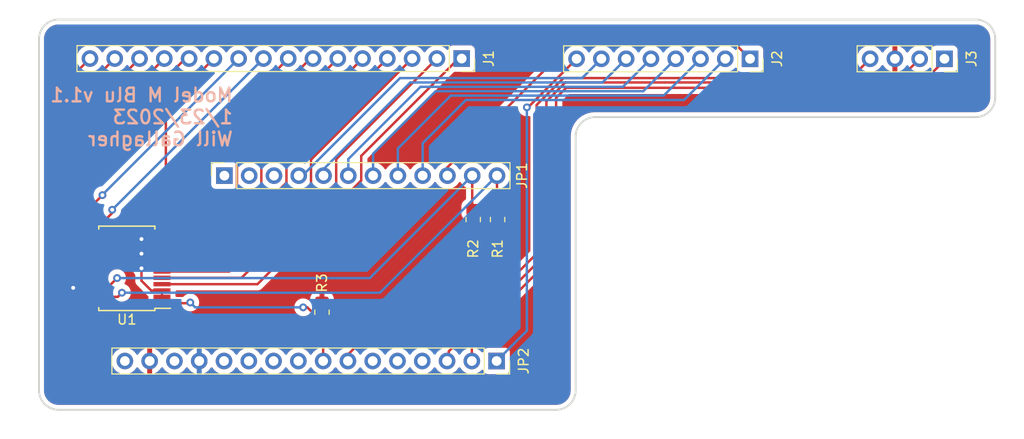
<source format=kicad_pcb>
(kicad_pcb (version 20211014) (generator pcbnew)
  (layers (0 "F.Cu" signal) (31 "B.Cu" signal) (34 "B.Paste" user) (35 "F.Paste" user) (36 "B.SilkS" user "B.Silkscreen") (37 "F.SilkS" user "F.Silkscreen") (38 "B.Mask" user) (39 "F.Mask" user) (44 "Edge.Cuts" user))
  (net 0 "")
  (net 1 "/P00")
  (net 2 "/P01")
  (net 3 "/P02")
  (net 4 "/P03")
  (net 5 "/P04")
  (net 6 "/P05")
  (net 7 "/P06")
  (net 8 "/P07")
  (net 9 "/P10")
  (net 10 "/P11")
  (net 11 "/P12")
  (net 12 "/P13")
  (net 13 "/P14")
  (net 14 "/P15")
  (net 15 "/P16")
  (net 16 "/P17")
  (net 17 "/IO14_A6")
  (net 18 "/IO32_A7")
  (net 19 "/IO15_A8")
  (net 20 "/IO33_A9")
  (net 21 "/IO27_A10")
  (net 22 "/IO12_A11")
  (net 23 "/IO13_A12")
  (net 24 "/IO21")
  (net 25 "/IO17")
  (net 26 "/IO16")
  (net 27 "/A5_IO4")
  (net 28 "VBAT")
  (net 29 "/EN")
  (net 30 "VBUS")
  (net 31 "/SCL")
  (net 32 "/SDA")
  (net 33 "/MISO")
  (net 34 "/MOSI")
  (net 35 "/SCK")
  (net 36 "/A4_IO36")
  (net 37 "/A3_I39")
  (net 38 "/A2_I34")
  (net 39 "/A1_DAC1")
  (net 40 "/A0_DAC2")
  (net 41 "GND")
  (net 43 "3.3V")
  (net 44 "/RESET")
  (footprint "Connector_PinSocket_2.54mm:PinSocket_1x08_P2.54mm_Vertical" (layer "F.Cu") (at 113.875 71.025 -90)
    (fp_text reference "J2" (at 0 -2.77 -90) (layer "F.SilkS"))
    (fp_text value "Conn_01x08" hide)
    (fp_line (start 1.33 1.27) (end 1.33 19.11) (layer "F.SilkS") (width 0.12))
    (fp_line (start 0 -1.33) (end 1.33 -1.33) (layer "F.SilkS") (width 0.12))
    (fp_line (start 1.33 -1.33) (end 1.33 0) (layer "F.SilkS") (width 0.12))
    (fp_line (start -1.33 1.27) (end 1.33 1.27) (layer "F.SilkS") (width 0.12))
    (fp_line (start -1.33 1.27) (end -1.33 19.11) (layer "F.SilkS") (width 0.12))
    (fp_line (start -1.33 19.11) (end 1.33 19.11) (layer "F.SilkS") (width 0.12))
    (pad "1" thru_hole rect (at 0 0 270) (size 1.7 1.7) (drill 1) (layers *.Cu *.Mask) (net 17 "/IO14_A6"))
    (pad "2" thru_hole oval (at 0 2.54 270) (size 1.7 1.7) (drill 1) (layers *.Cu *.Mask) (net 18 "/IO32_A7"))
    (pad "3" thru_hole oval (at 0 5.08 270) (size 1.7 1.7) (drill 1) (layers *.Cu *.Mask) (net 19 "/IO15_A8"))
    (pad "4" thru_hole oval (at 0 7.62 270) (size 1.7 1.7) (drill 1) (layers *.Cu *.Mask) (net 20 "/IO33_A9"))
    (pad "5" thru_hole oval (at 0 10.16 270) (size 1.7 1.7) (drill 1) (layers *.Cu *.Mask) (net 21 "/IO27_A10"))
    (pad "6" thru_hole oval (at 0 12.7 270) (size 1.7 1.7) (drill 1) (layers *.Cu *.Mask) (net 22 "/IO12_A11"))
    (pad "7" thru_hole oval (at 0 15.24 270) (size 1.7 1.7) (drill 1) (layers *.Cu *.Mask) (net 23 "/IO13_A12"))
    (pad "8" thru_hole oval (at 0 17.78 270) (size 1.7 1.7) (drill 1) (layers *.Cu *.Mask) (net 24 "/IO21"))
  )
  (footprint "Connector_PinSocket_2.54mm:PinSocket_1x16_P2.54mm_Vertical" (layer "F.Cu") (at 84.32 71 -90)
    (fp_text reference "J1" (at 0 -2.77 -90) (layer "F.SilkS"))
    (fp_text value "Conn_01x16" hide)
    (fp_line (start 1.33 1.27) (end 1.33 39.43) (layer "F.SilkS") (width 0.12))
    (fp_line (start 1.33 -1.33) (end 1.33 0) (layer "F.SilkS") (width 0.12))
    (fp_line (start -1.33 39.43) (end 1.33 39.43) (layer "F.SilkS") (width 0.12))
    (fp_line (start 0 -1.33) (end 1.33 -1.33) (layer "F.SilkS") (width 0.12))
    (fp_line (start -1.33 1.27) (end -1.33 39.43) (layer "F.SilkS") (width 0.12))
    (fp_line (start -1.33 1.27) (end 1.33 1.27) (layer "F.SilkS") (width 0.12))
    (pad "1" thru_hole rect (at 0 0 270) (size 1.7 1.7) (drill 1) (layers *.Cu *.Mask) (net 1 "/P00"))
    (pad "2" thru_hole oval (at 0 2.54 270) (size 1.7 1.7) (drill 1) (layers *.Cu *.Mask) (net 2 "/P01"))
    (pad "3" thru_hole oval (at 0 5.08 270) (size 1.7 1.7) (drill 1) (layers *.Cu *.Mask) (net 3 "/P02"))
    (pad "4" thru_hole oval (at 0 7.62 270) (size 1.7 1.7) (drill 1) (layers *.Cu *.Mask) (net 4 "/P03"))
    (pad "5" thru_hole oval (at 0 10.16 270) (size 1.7 1.7) (drill 1) (layers *.Cu *.Mask) (net 5 "/P04"))
    (pad "6" thru_hole oval (at 0 12.7 270) (size 1.7 1.7) (drill 1) (layers *.Cu *.Mask) (net 6 "/P05"))
    (pad "7" thru_hole oval (at 0 15.24 270) (size 1.7 1.7) (drill 1) (layers *.Cu *.Mask) (net 7 "/P06"))
    (pad "8" thru_hole oval (at 0 17.78 270) (size 1.7 1.7) (drill 1) (layers *.Cu *.Mask) (net 8 "/P07"))
    (pad "9" thru_hole oval (at 0 20.32 270) (size 1.7 1.7) (drill 1) (layers *.Cu *.Mask) (net 9 "/P10"))
    (pad "10" thru_hole oval (at 0 22.86 270) (size 1.7 1.7) (drill 1) (layers *.Cu *.Mask) (net 10 "/P11"))
    (pad "11" thru_hole oval (at 0 25.4 270) (size 1.7 1.7) (drill 1) (layers *.Cu *.Mask) (net 11 "/P12"))
    (pad "12" thru_hole oval (at 0 27.94 270) (size 1.7 1.7) (drill 1) (layers *.Cu *.Mask) (net 12 "/P13"))
    (pad "13" thru_hole oval (at 0 30.48 270) (size 1.7 1.7) (drill 1) (layers *.Cu *.Mask) (net 13 "/P14"))
    (pad "14" thru_hole oval (at 0 33.02 270) (size 1.7 1.7) (drill 1) (layers *.Cu *.Mask) (net 14 "/P15"))
    (pad "15" thru_hole oval (at 0 35.56 270) (size 1.7 1.7) (drill 1) (layers *.Cu *.Mask) (net 15 "/P16"))
    (pad "16" thru_hole oval (at 0 38.1 270) (size 1.7 1.7) (drill 1) (layers *.Cu *.Mask) (net 16 "/P17"))
  )
  (footprint "Resistor_SMD:R_0805_2012Metric_Pad1.20x1.40mm_HandSolder" (layer "F.Cu") (at 70 97 -90)
    (fp_text reference "R3" (at -3 0 90) (layer "F.SilkS"))
    (fp_text value "1k")
    (fp_line (start -0.227064 0.735) (end 0.227064 0.735) (layer "F.SilkS") (width 0.12))
    (fp_line (start -0.227064 -0.735) (end 0.227064 -0.735) (layer "F.SilkS") (width 0.12))
    (pad "1" smd roundrect (at -1 0 270) (size 1.2 1.4) (layers "F.Cu" "F.Paste" "F.Mask") (roundrect_rratio 0.2083333333) (net 43 "3.3V"))
    (pad "2" smd roundrect (at 1 0 270) (size 1.2 1.4) (layers "F.Cu" "F.Paste" "F.Mask") (roundrect_rratio 0.2083333333) (net 36 "/A4_IO36"))
  )
  (footprint "Connector_PinSocket_2.54mm:PinSocket_1x16_P2.54mm_Vertical" (layer "F.Cu") (at 87.9 102 -90)
    (fp_text reference "JP2" (at 0 -2.77 -90) (layer "F.SilkS"))
    (fp_text value "HEADER-1X16_MIN" hide)
    (fp_line (start -1.33 1.27) (end -1.33 39.43) (layer "F.SilkS") (width 0.12))
    (fp_line (start -1.33 1.27) (end 1.33 1.27) (layer "F.SilkS") (width 0.12))
    (fp_line (start 0 -1.33) (end 1.33 -1.33) (layer "F.SilkS") (width 0.12))
    (fp_line (start 1.33 -1.33) (end 1.33 0) (layer "F.SilkS") (width 0.12))
    (fp_line (start 1.33 1.27) (end 1.33 39.43) (layer "F.SilkS") (width 0.12))
    (fp_line (start -1.33 39.43) (end 1.33 39.43) (layer "F.SilkS") (width 0.12))
    (pad "1" thru_hole rect (at 0 0 270) (size 1.7 1.7) (drill 1) (layers *.Cu *.Mask) (net 24 "/IO21"))
    (pad "2" thru_hole oval (at 0 2.54 270) (size 1.7 1.7) (drill 1) (layers *.Cu *.Mask) (net 25 "/IO17"))
    (pad "3" thru_hole oval (at 0 5.08 270) (size 1.7 1.7) (drill 1) (layers *.Cu *.Mask) (net 26 "/IO16"))
    (pad "4" thru_hole oval (at 0 7.62 270) (size 1.7 1.7) (drill 1) (layers *.Cu *.Mask) (net 33 "/MISO"))
    (pad "5" thru_hole oval (at 0 10.16 270) (size 1.7 1.7) (drill 1) (layers *.Cu *.Mask) (net 34 "/MOSI"))
    (pad "6" thru_hole oval (at 0 12.7 270) (size 1.7 1.7) (drill 1) (layers *.Cu *.Mask) (net 35 "/SCK"))
    (pad "7" thru_hole oval (at 0 15.24 270) (size 1.7 1.7) (drill 1) (layers *.Cu *.Mask) (net 27 "/A5_IO4"))
    (pad "8" thru_hole oval (at 0 17.78 270) (size 1.7 1.7) (drill 1) (layers *.Cu *.Mask) (net 36 "/A4_IO36"))
    (pad "9" thru_hole oval (at 0 20.32 270) (size 1.7 1.7) (drill 1) (layers *.Cu *.Mask) (net 37 "/A3_I39"))
    (pad "10" thru_hole oval (at 0 22.86 270) (size 1.7 1.7) (drill 1) (layers *.Cu *.Mask) (net 38 "/A2_I34"))
    (pad "11" thru_hole oval (at 0 25.4 270) (size 1.7 1.7) (drill 1) (layers *.Cu *.Mask) (net 39 "/A1_DAC1"))
    (pad "12" thru_hole oval (at 0 27.94 270) (size 1.7 1.7) (drill 1) (layers *.Cu *.Mask) (net 40 "/A0_DAC2"))
    (pad "13" thru_hole oval (at 0 30.48 270) (size 1.7 1.7) (drill 1) (layers *.Cu *.Mask) (net 41 "GND"))
    (pad "14" thru_hole oval (at 0 33.02 270) (size 1.7 1.7) (drill 1) (layers *.Cu *.Mask))
    (pad "15" thru_hole oval (at 0 35.56 270) (size 1.7 1.7) (drill 1) (layers *.Cu *.Mask) (net 43 "3.3V"))
    (pad "16" thru_hole oval (at 0 38.1 270) (size 1.7 1.7) (drill 1) (layers *.Cu *.Mask) (net 44 "/RESET"))
  )
  (footprint "Resistor_SMD:R_0805_2012Metric_Pad1.20x1.40mm_HandSolder" (layer "F.Cu") (at 88 87.5 90)
    (fp_text reference "R1" (at -3 0 90) (layer "F.SilkS"))
    (fp_text value "4.7k")
    (fp_line (start -0.227064 -0.735) (end 0.227064 -0.735) (layer "F.SilkS") (width 0.12))
    (fp_line (start -0.227064 0.735) (end 0.227064 0.735) (layer "F.SilkS") (width 0.12))
    (pad "1" smd roundrect (at -1 0 90) (size 1.2 1.4) (layers "F.Cu" "F.Paste" "F.Mask") (roundrect_rratio 0.2083333333) (net 43 "3.3V"))
    (pad "2" smd roundrect (at 1 0 90) (size 1.2 1.4) (layers "F.Cu" "F.Paste" "F.Mask") (roundrect_rratio 0.2083333333) (net 31 "/SCL"))
  )
  (footprint "Connector_PinSocket_2.54mm:PinSocket_1x04_P2.54mm_Vertical" (layer "F.Cu") (at 133.8 71.025 -90)
    (fp_text reference "J3" (at 0 -2.77 -90) (layer "F.SilkS"))
    (fp_text value "Conn_01x04" hide)
    (fp_line (start 1.33 1.27) (end 1.33 8.95) (layer "F.SilkS") (width 0.12))
    (fp_line (start -1.33 8.95) (end 1.33 8.95) (layer "F.SilkS") (width 0.12))
    (fp_line (start -1.33 1.27) (end -1.33 8.95) (layer "F.SilkS") (width 0.12))
    (fp_line (start 0 -1.33) (end 1.33 -1.33) (layer "F.SilkS") (width 0.12))
    (fp_line (start 1.33 -1.33) (end 1.33 0) (layer "F.SilkS") (width 0.12))
    (fp_line (start -1.33 1.27) (end 1.33 1.27) (layer "F.SilkS") (width 0.12))
    (pad "1" thru_hole rect (at 0 0 270) (size 1.7 1.7) (drill 1) (layers *.Cu *.Mask) (net 25 "/IO17"))
    (pad "2" thru_hole oval (at 0 2.54 270) (size 1.7 1.7) (drill 1) (layers *.Cu *.Mask) (net 26 "/IO16"))
    (pad "3" thru_hole oval (at 0 5.08 270) (size 1.7 1.7) (drill 1) (layers *.Cu *.Mask) (net 43 "3.3V"))
    (pad "4" thru_hole oval (at 0 7.62 270) (size 1.7 1.7) (drill 1) (layers *.Cu *.Mask) (net 27 "/A5_IO4"))
  )
  (footprint "Package_SO:SSOP-24_5.3x8.2mm_P0.65mm" (layer "F.Cu") (at 50 92.5 180)
    (fp_text reference "U1" (at 0 -5.25) (layer "F.SilkS"))
    (fp_text value "PCF8575DBR")
    (fp_line (start -2.875 -4.325) (end -2.875 -4.1) (layer "F.SilkS") (width 0.15))
    (fp_line (start 2.875 4.325) (end 2.875 4.025) (layer "F.SilkS") (width 0.15))
    (fp_line (start -2.875 -4.325) (end 2.875 -4.325) (layer "F.SilkS") (width 0.15))
    (fp_line (start -2.875 4.325) (end 2.875 4.325) (layer "F.SilkS") (width 0.15))
    (fp_line (start -2.875 -4.1) (end -4.475 -4.1) (layer "F.SilkS") (width 0.15))
    (fp_line (start 2.875 -4.325) (end 2.875 -4.025) (layer "F.SilkS") (width 0.15))
    (fp_line (start -2.875 4.325) (end -2.875 4.025) (layer "F.SilkS") (width 0.15))
    (pad "1" smd rect (at -3.6 -3.575 180) (size 1.75 0.45) (layers "F.Cu" "F.Paste" "F.Mask") (net 36 "/A4_IO36"))
    (pad "2" smd rect (at -3.6 -2.925 180) (size 1.75 0.45) (layers "F.Cu" "F.Paste" "F.Mask") (net 41 "GND"))
    (pad "3" smd rect (at -3.6 -2.275 180) (size 1.75 0.45) (layers "F.Cu" "F.Paste" "F.Mask") (net 41 "GND"))
    (pad "4" smd rect (at -3.6 -1.625 180) (size 1.75 0.45) (layers "F.Cu" "F.Paste" "F.Mask") (net 1 "/P00"))
    (pad "5" smd rect (at -3.6 -0.975 180) (size 1.75 0.45) (layers "F.Cu" "F.Paste" "F.Mask") (net 2 "/P01"))
    (pad "6" smd rect (at -3.6 -0.325 180) (size 1.75 0.45) (layers "F.Cu" "F.Paste" "F.Mask") (net 3 "/P02"))
    (pad "7" smd rect (at -3.6 0.325 180) (size 1.75 0.45) (layers "F.Cu" "F.Paste" "F.Mask") (net 4 "/P03"))
    (pad "8" smd rect (at -3.6 0.975 180) (size 1.75 0.45) (layers "F.Cu" "F.Paste" "F.Mask") (net 5 "/P04"))
    (pad "9" smd rect (at -3.6 1.625 180) (size 1.75 0.45) (layers "F.Cu" "F.Paste" "F.Mask") (net 6 "/P05"))
    (pad "10" smd rect (at -3.6 2.275 180) (size 1.75 0.45) (layers "F.Cu" "F.Paste" "F.Mask") (net 7 "/P06"))
    (pad "11" smd rect (at -3.6 2.925 180) (size 1.75 0.45) (layers "F.Cu" "F.Paste" "F.Mask") (net 8 "/P07"))
    (pad "12" smd rect (at -3.6 3.575 180) (size 1.75 0.45) (layers "F.Cu" "F.Paste" "F.Mask") (net 41 "GND"))
    (pad "13" smd rect (at 3.6 3.575 180) (size 1.75 0.45) (layers "F.Cu" "F.Paste" "F.Mask") (net 9 "/P10"))
    (pad "14" smd rect (at 3.6 2.925 180) (size 1.75 0.45) (layers "F.Cu" "F.Paste" "F.Mask") (net 10 "/P11"))
    (pad "15" smd rect (at 3.6 2.275 180) (size 1.75 0.45) (layers "F.Cu" "F.Paste" "F.Mask") (net 11 "/P12"))
    (pad "16" smd rect (at 3.6 1.625 180) (size 1.75 0.45) (layers "F.Cu" "F.Paste" "F.Mask") (net 12 "/P13"))
    (pad "17" smd rect (at 3.6 0.975 180) (size 1.75 0.45) (layers "F.Cu" "F.Paste" "F.Mask") (net 13 "/P14"))
    (pad "18" smd rect (at 3.6 0.325 180) (size 1.75 0.45) (layers "F.Cu" "F.Paste" "F.Mask") (net 14 "/P15"))
    (pad "19" smd rect (at 3.6 -0.325 180) (size 1.75 0.45) (layers "F.Cu" "F.Paste" "F.Mask") (net 15 "/P16"))
    (pad "20" smd rect (at 3.6 -0.975 180) (size 1.75 0.45) (layers "F.Cu" "F.Paste" "F.Mask") (net 16 "/P17"))
    (pad "21" smd rect (at 3.6 -1.625 180) (size 1.75 0.45) (layers "F.Cu" "F.Paste" "F.Mask") (net 41 "GND"))
    (pad "22" smd rect (at 3.6 -2.275 180) (size 1.75 0.45) (layers "F.Cu" "F.Paste" "F.Mask") (net 32 "/SDA"))
    (pad "23" smd rect (at 3.6 -2.925 180) (size 1.75 0.45) (layers "F.Cu" "F.Paste" "F.Mask") (net 31 "/SCL"))
    (pad "24" smd rect (at 3.6 -3.575 180) (size 1.75 0.45) (layers "F.Cu" "F.Paste" "F.Mask") (net 43 "3.3V"))
  )
  (footprint "Resistor_SMD:R_0805_2012Metric_Pad1.20x1.40mm_HandSolder" (layer "F.Cu") (at 85.5 87.5 -90)
    (fp_text reference "R2" (at 3 0 90) (layer "F.SilkS"))
    (fp_text value "4.7k")
    (fp_line (start -0.227064 -0.735) (end 0.227064 -0.735) (layer "F.SilkS") (width 0.12))
    (fp_line (start -0.227064 0.735) (end 0.227064 0.735) (layer "F.SilkS") (width 0.12))
    (pad "1" smd roundrect (at -1 0 270) (size 1.2 1.4) (layers "F.Cu" "F.Paste" "F.Mask") (roundrect_rratio 0.2083333333) (net 32 "/SDA"))
    (pad "2" smd roundrect (at 1 0 270) (size 1.2 1.4) (layers "F.Cu" "F.Paste" "F.Mask") (roundrect_rratio 0.2083333333) (net 43 "3.3V"))
  )
  (footprint "Connector_PinSocket_2.54mm:PinSocket_1x12_P2.54mm_Vertical" (layer "F.Cu") (at 60 83 90)
    (fp_text reference "JP1" (at 0 30.5 90) (layer "F.SilkS"))
    (fp_text value "HEADER-1X12_MIN" hide)
    (fp_line (start -1.33 1.27) (end -1.33 29.27) (layer "F.SilkS") (width 0.12))
    (fp_line (start 1.33 1.27) (end 1.33 29.27) (layer "F.SilkS") (width 0.12))
    (fp_line (start -1.33 29.27) (end 1.33 29.27) (layer "F.SilkS") (width 0.12))
    (fp_line (start -1.33 1.27) (end 1.33 1.27) (layer "F.SilkS") (width 0.12))
    (fp_line (start 1.33 -1.33) (end 1.33 0) (layer "F.SilkS") (width 0.12))
    (fp_line (start 0 -1.33) (end 1.33 -1.33) (layer "F.SilkS") (width 0.12))
    (pad "1" thru_hole rect (at 0 0 90) (size 1.7 1.7) (drill 1) (layers *.Cu *.Mask) (net 28 "VBAT"))
    (pad "2" thru_hole oval (at 0 2.54 90) (size 1.7 1.7) (drill 1) (layers *.Cu *.Mask) (net 29 "/EN"))
    (pad "3" thru_hole oval (at 0 5.08 90) (size 1.7 1.7) (drill 1) (layers *.Cu *.Mask) (net 30 "VBUS"))
    (pad "4" thru_hole oval (at 0 7.62 90) (size 1.7 1.7) (drill 1) (layers *.Cu *.Mask) (net 23 "/IO13_A12"))
    (pad "5" thru_hole oval (at 0 10.16 90) (size 1.7 1.7) (drill 1) (layers *.Cu *.Mask) (net 22 "/IO12_A11"))
    (pad "6" thru_hole oval (at 0 12.7 90) (size 1.7 1.7) (drill 1) (layers *.Cu *.Mask) (net 21 "/IO27_A10"))
    (pad "7" thru_hole oval (at 0 15.24 90) (size 1.7 1.7) (drill 1) (layers *.Cu *.Mask) (net 20 "/IO33_A9"))
    (pad "8" thru_hole oval (at 0 17.78 90) (size 1.7 1.7) (drill 1) (layers *.Cu *.Mask) (net 19 "/IO15_A8"))
    (pad "9" thru_hole oval (at 0 20.32 90) (size 1.7 1.7) (drill 1) (layers *.Cu *.Mask) (net 18 "/IO32_A7"))
    (pad "10" thru_hole oval (at 0 22.86 90) (size 1.7 1.7) (drill 1) (layers *.Cu *.Mask) (net 17 "/IO14_A6"))
    (pad "11" thru_hole oval (at 0 25.4 90) (size 1.7 1.7) (drill 1) (layers *.Cu *.Mask) (net 32 "/SDA"))
    (pad "12" thru_hole oval (at 0 27.94 90) (size 1.7 1.7) (drill 1) (layers *.Cu *.Mask) (net 31 "/SCL"))
  )
  (gr_line (start 96 79) (end 96 105) (layer "Edge.Cuts") (width 0.2))
  (gr_line (start 137 67) (end 43 67) (layer "Edge.Cuts") (width 0.2))
  (gr_line (start 139 75) (end 139 69) (layer "Edge.Cuts") (width 0.2))
  (gr_arc (start 41 69) (mid 41.585786 67.585786) (end 43 67) (layer "Edge.Cuts") (width 0.2))
  (gr_arc (start 137 67) (mid 138.414214 67.585786) (end 139 69) (layer "Edge.Cuts") (width 0.2))
  (gr_line (start 43 107) (end 94 107) (layer "Edge.Cuts") (width 0.2))
  (gr_arc (start 43 107) (mid 41.585786 106.414214) (end 41 105) (layer "Edge.Cuts") (width 0.2))
  (gr_arc (start 139 75) (mid 138.414214 76.414214) (end 137 77) (layer "Edge.Cuts") (width 0.2))
  (gr_line (start 137 77) (end 98 77) (layer "Edge.Cuts") (width 0.2))
  (gr_line (start 41 69) (end 41 105) (layer "Edge.Cuts") (width 0.2))
  (gr_arc (start 96 79) (mid 96.585786 77.585786) (end 98 77) (layer "Edge.Cuts") (width 0.2))
  (gr_arc (start 96 105) (mid 95.414214 106.414214) (end 94 107) (layer "Edge.Cuts") (width 0.2))
  (gr_text "Model M Blu v1.1\n1/23/2023\nWill Gallagher" (at 61 77) (layer "B.SilkS") (effects (font (size 1.4 1.4) (thickness 0.25)) (justify left mirror)))
  (segment (start 68.894389 88.625) (end 74.022864 83.496525) (width 0.25) (layer "F.Cu") (net 1))
  (segment (start 84 71) (end 84.32 71) (width 0.25) (layer "F.Cu") (net 1))
  (segment (start 53.6 94.125) (end 63.390914 94.125) (width 0.25) (layer "F.Cu") (net 1))
  (segment (start 63.390914 94.125) (end 68.944406 88.571508) (width 0.25) (layer "F.Cu") (net 1))
  (segment (start 74.022864 80.977136) (end 84 71) (width 0.25) (layer "F.Cu") (net 1))
  (segment (start 74.022864 83.496525) (end 74.022864 80.977136) (width 0.25) (layer "F.Cu") (net 1))
  (segment (start 67.243821 87.975) (end 71.457482 83.761339) (width 0.25) (layer "F.Cu") (net 2))
  (segment (start 61.756897 93.475) (end 67.355525 87.876372) (width 0.25) (layer "F.Cu") (net 2))
  (segment (start 53.6 93.475) (end 61.756897 93.475) (width 0.25) (layer "F.Cu") (net 2))
  (segment (start 71.457482 83.761339) (end 71.457482 81.322518) (width 0.25) (layer "F.Cu") (net 2))
  (segment (start 71.457482 81.322518) (end 81.78 71) (width 0.25) (layer "F.Cu") (net 2))
  (segment (start 79.24 71) (end 68.87555 81.36445) (width 0.25) (layer "F.Cu") (net 3))
  (segment (start 68.87555 84.488732) (end 66.039282 87.325) (width 0.25) (layer "F.Cu") (net 3))
  (segment (start 68.87555 81.36445) (end 68.87555 84.488732) (width 0.25) (layer "F.Cu") (net 3))
  (segment (start 66.089385 87.230889) (end 60.495274 92.825) (width 0.25) (layer "F.Cu") (net 3))
  (segment (start 60.495274 92.825) (end 53.6 92.825) (width 0.25) (layer "F.Cu") (net 3))
  (segment (start 63.403456 86.675) (end 66.359821 83.718635) (width 0.25) (layer "F.Cu") (net 4))
  (segment (start 66.359821 81.340179) (end 76.7 71) (width 0.25) (layer "F.Cu") (net 4))
  (segment (start 57.825 92.175) (end 63.5 86.5) (width 0.25) (layer "F.Cu") (net 4))
  (segment (start 53.6 92.175) (end 57.825 92.175) (width 0.25) (layer "F.Cu") (net 4))
  (segment (start 66.359821 83.718635) (end 66.359821 81.340179) (width 0.25) (layer "F.Cu") (net 4))
  (segment (start 74.16 71) (end 63.784838 81.375162) (width 0.25) (layer "F.Cu") (net 5))
  (segment (start 62 86) (end 56.475 91.525) (width 0.25) (layer "F.Cu") (net 5))
  (segment (start 63.784838 81.375162) (end 63.784838 84.215162) (width 0.25) (layer "F.Cu") (net 5))
  (segment (start 56.475 91.525) (end 53.6 91.525) (width 0.25) (layer "F.Cu") (net 5))
  (segment (start 63.784838 84.215162) (end 61.975 86.025) (width 0.25) (layer "F.Cu") (net 5))
  (segment (start 55.240227 90.975489) (end 54 90.975489) (width 0.25) (layer "F.Cu") (net 6))
  (segment (start 71.62 71) (end 61.284511 81.335489) (width 0.25) (layer "F.Cu") (net 6))
  (segment (start 61.284511 81.335489) (end 61.284511 85) (width 0.25) (layer "F.Cu") (net 6))
  (segment (start 61.265635 84.950081) (end 55.240227 90.975489) (width 0.25) (layer "F.Cu") (net 6))
  (segment (start 56.027292 89.252029) (end 56.027292 83.785025) (width 0.25) (layer "F.Cu") (net 7))
  (segment (start 68.812317 71) (end 69.08 71) (width 0.25) (layer "F.Cu") (net 7))
  (segment (start 53.6 90.225) (end 55.054321 90.225) (width 0.25) (layer "F.Cu") (net 7))
  (segment (start 56.027292 83.785025) (end 68.812317 71) (width 0.25) (layer "F.Cu") (net 7))
  (segment (start 55.054321 90.225) (end 56.027292 89.252029) (width 0.25) (layer "F.Cu") (net 7))
  (segment (start 55.183199 89.116801) (end 54.725 89.575) (width 0.25) (layer "F.Cu") (net 8))
  (segment (start 55.183199 82.356801) (end 55.183199 89.116801) (width 0.25) (layer "F.Cu") (net 8))
  (segment (start 66.54 71) (end 55.183199 82.356801) (width 0.25) (layer "F.Cu") (net 8))
  (segment (start 54.725 89.575) (end 53.6 89.575) (width 0.25) (layer "F.Cu") (net 8))
  (segment (start 48.5 86.825) (end 46.4 88.925) (width 0.25) (layer "F.Cu") (net 9))
  (segment (start 48.5 86.5) (end 48.5 86.825) (width 0.25) (layer "F.Cu") (net 9))
  (via (at 48.5 86.5) (size 0.8) (drill 0.4) (layers "F.Cu" "B.Cu") (net 9))
  (segment (start 48.5 86.5) (end 64 71) (width 0.25) (layer "B.Cu") (net 9))
  (segment (start 45.300978 89.575) (end 46.4 89.575) (width 0.25) (layer "F.Cu") (net 10))
  (segment (start 45 87.5) (end 45 89.274022) (width 0.25) (layer "F.Cu") (net 10))
  (segment (start 45 89.274022) (end 45.300978 89.575) (width 0.25) (layer "F.Cu") (net 10))
  (segment (start 47.5 85) (end 45 87.5) (width 0.25) (layer "F.Cu") (net 10))
  (via (at 47.5 85) (size 0.8) (drill 0.4) (layers "F.Cu" "B.Cu") (net 10))
  (segment (start 47.5 85) (end 47.5 84.96) (width 0.25) (layer "B.Cu") (net 10))
  (segment (start 47.5 84.96) (end 61.46 71) (width 0.25) (layer "B.Cu") (net 10))
  (segment (start 54 75.92) (end 54 79) (width 0.25) (layer "F.Cu") (net 11))
  (segment (start 54 84.5) (end 48.275 90.225) (width 0.25) (layer "F.Cu") (net 11))
  (segment (start 58.92 71) (end 54 75.92) (width 0.25) (layer "F.Cu") (net 11))
  (segment (start 48.275 90.225) (end 46.4 90.225) (width 0.25) (layer "F.Cu") (net 11))
  (segment (start 54 79) (end 54 84.5) (width 0.25) (layer "F.Cu") (net 11))
  (segment (start 45.300978 90.875) (end 46.4 90.875) (width 0.25) (layer "F.Cu") (net 12))
  (segment (start 44.479991 88.020009) (end 44.479991 82.520009) (width 0.25) (layer "F.Cu") (net 12))
  (segment (start 44.479991 90.054013) (end 45.300978 90.875) (width 0.25) (layer "F.Cu") (net 12))
  (segment (start 44.479991 82.520009) (end 56 71) (width 0.25) (layer "F.Cu") (net 12))
  (segment (start 56 71) (end 56.38 71) (width 0.25) (layer "F.Cu") (net 12))
  (segment (start 44.479991 88.020009) (end 44.479991 90.054013) (width 0.25) (layer "F.Cu") (net 12))
  (segment (start 45.275 91.525) (end 46.4 91.525) (width 0.25) (layer "F.Cu") (net 13))
  (segment (start 53.84 71) (end 44 80.84) (width 0.25) (layer "F.Cu") (net 13))
  (segment (start 44 80.84) (end 44 90.25) (width 0.25) (layer "F.Cu") (net 13))
  (segment (start 44 90.25) (end 45.275 91.525) (width 0.25) (layer "F.Cu") (net 13))
  (segment (start 51.3 71) (end 43.55048 78.74952) (width 0.25) (layer "F.Cu") (net 14))
  (segment (start 43.55048 78.74952) (end 43.55048 90.45048) (width 0.25) (layer "F.Cu") (net 14))
  (segment (start 45.275 92.175) (end 46.4 92.175) (width 0.25) (layer "F.Cu") (net 14))
  (segment (start 43.55048 90.45048) (end 45.275 92.175) (width 0.25) (layer "F.Cu") (net 14))
  (segment (start 43.10096 76.65904) (end 43.10096 90.65096) (width 0.25) (layer "F.Cu") (net 15))
  (segment (start 45.275 92.825) (end 46.4 92.825) (width 0.25) (layer "F.Cu") (net 15))
  (segment (start 43.10096 90.65096) (end 45.275 92.825) (width 0.25) (layer "F.Cu") (net 15))
  (segment (start 48.76 71) (end 43.10096 76.65904) (width 0.25) (layer "F.Cu") (net 15))
  (segment (start 45.275 93.475) (end 46.4 93.475) (width 0.25) (layer "F.Cu") (net 16))
  (segment (start 42.65144 74.56856) (end 42.65144 90.85144) (width 0.25) (layer "F.Cu") (net 16))
  (segment (start 42.65144 90.85144) (end 45.275 93.475) (width 0.25) (layer "F.Cu") (net 16))
  (segment (start 46.22 71) (end 42.65144 74.56856) (width 0.25) (layer "F.Cu") (net 16))
  (segment (start 96.055649 68.944351) (end 82.86 82.14) (width 0.25) (layer "F.Cu") (net 17))
  (segment (start 113.875 71.025) (end 111.794351 68.944351) (width 0.25) (layer "F.Cu") (net 17))
  (segment (start 82.86 82.14) (end 82.86 83) (width 0.25) (layer "F.Cu") (net 17))
  (segment (start 111.794351 68.944351) (end 96.055649 68.944351) (width 0.25) (layer "F.Cu") (net 17))
  (segment (start 80.32 79.68) (end 84.7524 75.2476) (width 0.25) (layer "B.Cu") (net 18))
  (segment (start 107.1124 75.2476) (end 111.335 71.025) (width 0.25) (layer "B.Cu") (net 18))
  (segment (start 84.7524 75.2476) (end 88 75.2476) (width 0.25) (layer "B.Cu") (net 18))
  (segment (start 87.1824 75.2476) (end 107.1124 75.2476) (width 0.25) (layer "B.Cu") (net 18))
  (segment (start 80.32 83) (end 80.32 79.68) (width 0.25) (layer "B.Cu") (net 18))
  (segment (start 105.02192 74.79808) (end 108.795 71.025) (width 0.25) (layer "B.Cu") (net 19))
  (segment (start 77.78 83) (end 77.78 80.22) (width 0.25) (layer "B.Cu") (net 19))
  (segment (start 77.78 80.22) (end 83.20192 74.79808) (width 0.25) (layer "B.Cu") (net 19))
  (segment (start 83.20192 74.79808) (end 105.02192 74.79808) (width 0.25) (layer "B.Cu") (net 19))
  (segment (start 102.93144 74.34856) (end 106.255 71.025) (width 0.25) (layer "B.Cu") (net 20))
  (segment (start 75.24 83) (end 75.24 80.76) (width 0.25) (layer "B.Cu") (net 20))
  (segment (start 75.24 80.76) (end 81.65144 74.34856) (width 0.25) (layer "B.Cu") (net 20))
  (segment (start 81.65144 74.34856) (end 102.93144 74.34856) (width 0.25) (layer "B.Cu") (net 20))
  (segment (start 80.10096 73.89904) (end 100.84096 73.89904) (width 0.25) (layer "B.Cu") (net 21))
  (segment (start 72.7 81.3) (end 80.10096 73.89904) (width 0.25) (layer "B.Cu") (net 21))
  (segment (start 100.84096 73.89904) (end 103.715 71.025) (width 0.25) (layer "B.Cu") (net 21))
  (segment (start 72.7 83) (end 72.7 81.3) (width 0.25) (layer "B.Cu") (net 21))
  (segment (start 70.16 82.34) (end 79.05048 73.44952) (width 0.25) (layer "B.Cu") (net 22))
  (segment (start 98.75048 73.44952) (end 101.175 71.025) (width 0.25) (layer "B.Cu") (net 22))
  (segment (start 79.05048 73.44952) (end 98.75048 73.44952) (width 0.25) (layer "B.Cu") (net 22))
  (segment (start 70.16 83) (end 70.16 82.34) (width 0.25) (layer "B.Cu") (net 22))
  (segment (start 68 83) (end 78 73) (width 0.25) (layer "B.Cu") (net 23))
  (segment (start 67.62 83) (end 68 83) (width 0.25) (layer "B.Cu") (net 23))
  (segment (start 96.66 73) (end 98.635 71.025) (width 0.25) (layer "B.Cu") (net 23))
  (segment (start 78 73) (end 96.66 73) (width 0.25) (layer "B.Cu") (net 23))
  (segment (start 96.095 71.025) (end 91.12 76) (width 0.25) (layer "F.Cu") (net 24))
  (segment (start 91.12 76) (end 91 76) (width 0.25) (layer "F.Cu") (net 24))
  (via (at 91 76) (size 0.8) (drill 0.4) (layers "F.Cu" "B.Cu") (net 24))
  (segment (start 91 98.9) (end 87.9 102) (width 0.25) (layer "B.Cu") (net 24))
  (segment (start 91 76) (end 91 98.9) (width 0.25) (layer "B.Cu") (net 24))
  (segment (start 85.36 102) (end 85.36 99.64) (width 0.25) (layer "F.Cu") (net 25))
  (segment (start 131 74) (end 133.8 71.2) (width 0.25) (layer "F.Cu") (net 25))
  (segment (start 85.36 99.64) (end 94 91) (width 0.25) (layer "F.Cu") (net 25))
  (segment (start 94 75.027154) (end 95.027154 74) (width 0.25) (layer "F.Cu") (net 25))
  (segment (start 95.027154 74) (end 131 74) (width 0.25) (layer "F.Cu") (net 25))
  (segment (start 94 91) (end 94 75.027154) (width 0.25) (layer "F.Cu") (net 25))
  (segment (start 133.8 71.2) (end 133.8 71.025) (width 0.25) (layer "F.Cu") (net 25))
  (segment (start 93 91) (end 93 75.391436) (width 0.25) (layer "F.Cu") (net 26))
  (segment (start 82.82 102) (end 83 101.82) (width 0.25) (layer "F.Cu") (net 26))
  (segment (start 83 101.82) (end 83 101) (width 0.25) (layer "F.Cu") (net 26))
  (segment (start 93 75.391436) (end 94.941916 73.44952) (width 0.25) (layer "F.Cu") (net 26))
  (segment (start 128.83548 73.44952) (end 131.26 71.025) (width 0.25) (layer "F.Cu") (net 26))
  (segment (start 94.941916 73.44952) (end 128.83548 73.44952) (width 0.25) (layer "F.Cu") (net 26))
  (segment (start 83 101) (end 93 91) (width 0.25) (layer "F.Cu") (net 26))
  (segment (start 92 91) (end 92 75.755718) (width 0.25) (layer "F.Cu") (net 27))
  (segment (start 92 75.755718) (end 94.755718 73) (width 0.25) (layer "F.Cu") (net 27))
  (segment (start 77 97) (end 86 97) (width 0.25) (layer "F.Cu") (net 27))
  (segment (start 72.66 102) (end 72.66 101.34) (width 0.25) (layer "F.Cu") (net 27))
  (segment (start 72.66 101.34) (end 77 97) (width 0.25) (layer "F.Cu") (net 27))
  (segment (start 86 97) (end 92 91) (width 0.25) (layer "F.Cu") (net 27))
  (segment (start 124.205 73) (end 126.18 71.025) (width 0.25) (layer "F.Cu") (net 27))
  (segment (start 94.755718 73) (end 124.205 73) (width 0.25) (layer "F.Cu") (net 27))
  (segment (start 49.5 95) (end 49.075 95.425) (width 0.25) (layer "F.Cu") (net 31))
  (segment (start 49.075 95.425) (end 46.4 95.425) (width 0.25) (layer "F.Cu") (net 31))
  (segment (start 88 86.5) (end 87.94 86.44) (width 0.25) (layer "F.Cu") (net 31))
  (segment (start 87.94 86.44) (end 87.94 83) (width 0.25) (layer "F.Cu") (net 31))
  (via (at 49.5 95) (size 0.8) (drill 0.4) (layers "F.Cu" "B.Cu") (net 31))
  (segment (start 75.94 95) (end 87.94 83) (width 0.25) (layer "B.Cu") (net 31))
  (segment (start 49.5 95) (end 73.5 95) (width 0.25) (layer "B.Cu") (net 31))
  (segment (start 73.4 95) (end 75.94 95) (width 0.25) (layer "B.Cu") (net 31))
  (segment (start 47.725 94.775) (end 46.4 94.775) (width 0.25) (layer "F.Cu") (net 32))
  (segment (start 85.4 86.4) (end 85.4 83) (width 0.25) (layer "F.Cu") (net 32))
  (segment (start 85.5 86.5) (end 85.4 86.4) (width 0.25) (layer "F.Cu") (net 32))
  (segment (start 49 93.5) (end 47.725 94.775) (width 0.25) (layer "F.Cu") (net 32))
  (via (at 49 93.5) (size 0.8) (drill 0.4) (layers "F.Cu" "B.Cu") (net 32))
  (segment (start 74.9 93.5) (end 85.4 83) (width 0.25) (layer "B.Cu") (net 32))
  (segment (start 49 93.5) (end 74.9 93.5) (width 0.25) (layer "B.Cu") (net 32))
  (segment (start 68.075 96.5) (end 68.5 96.5) (width 0.25) (layer "F.Cu") (net 36))
  (segment (start 68.5 96.5) (end 70 98) (width 0.25) (layer "F.Cu") (net 36))
  (segment (start 70 98) (end 70.12 98.12) (width 0.25) (layer "F.Cu") (net 36))
  (segment (start 56.425 96.075) (end 53.6 96.075) (width 0.25) (layer "F.Cu") (net 36))
  (segment (start 56.5 96) (end 56.425 96.075) (width 0.25) (layer "F.Cu") (net 36))
  (segment (start 70.12 98.12) (end 70.12 102) (width 0.25) (layer "F.Cu") (net 36))
  (via (at 56.5 96) (size 0.8) (drill 0.4) (layers "F.Cu" "B.Cu") (net 36))
  (via (at 68.075 96.5) (size 0.8) (drill 0.4) (layers "F.Cu" "B.Cu") (net 36))
  (segment (start 68.075 96.5) (end 57 96.5) (width 0.25) (layer "B.Cu") (net 36))
  (segment (start 57 96.5) (end 56.5 96) (width 0.25) (layer "B.Cu") (net 36))
  (segment (start 44.875 94.125) (end 44.5 94.5) (width 0.25) (layer "F.Cu") (net 41))
  (segment (start 53.6 88.925) (end 52.075 88.925) (width 0.25) (layer "F.Cu") (net 41))
  (segment (start 52.500978 94.775) (end 51.5 93.774022) (width 0.25) (layer "F.Cu") (net 41))
  (segment (start 53.6 94.775) (end 52.500978 94.775) (width 0.25) (layer "F.Cu") (net 41))
  (segment (start 53.6 95.425) (end 53.6 94.775) (width 0.25) (layer "F.Cu") (net 41))
  (segment (start 52.075 88.925) (end 51.5 89.5) (width 0.25) (layer "F.Cu") (net 41))
  (segment (start 51.5 93.774022) (end 51.5 89.5) (width 0.25) (layer "F.Cu") (net 41))
  (segment (start 46.4 94.125) (end 44.875 94.125) (width 0.25) (layer "F.Cu") (net 41))
  (via (at 51.5 89.5) (size 0.8) (drill 0.4) (layers "F.Cu" "B.Cu") (net 41))
  (via (at 44.5 94.5) (size 0.8) (drill 0.4) (layers "F.Cu" "B.Cu") (net 41))
  (via (at 51.5 92.5) (size 0.8) (drill 0.4) (layers "F.Cu" "B.Cu") (net 41))
  (via (at 51.5 91) (size 0.8) (drill 0.4) (layers "F.Cu" "B.Cu") (net 41))
  (zone (net 43) (net_name "3.3V") (layer "F.Cu") (connect_pads (clearance 0.508)) (min_thickness 0.254) (fill yes (thermal_gap 0.508) (thermal_bridge_width 0.508))
    (polygon (pts (xy 141.964345 64.998334) (xy 141 108) (xy 39 108) (xy 40 66)))
  )
  (zone (net 41) (net_name "GND") (layer "B.Cu") (connect_pads (clearance 0.508)) (min_thickness 0.254) (fill yes (thermal_gap 0.508) (thermal_bridge_width 0.508))
    (polygon (pts (xy 141 107) (xy 99.158131 106.594657) (xy 39 110) (xy 37 108) (xy 37 66) (xy 141 65)))
  )
)
</source>
